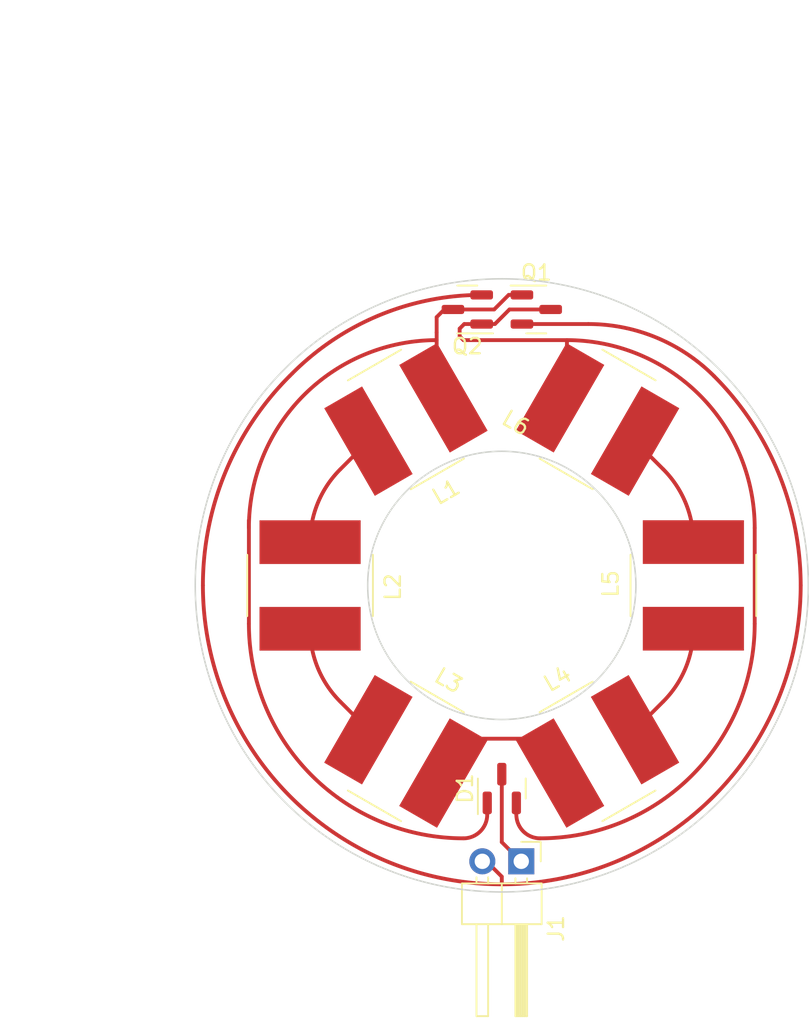
<source format=kicad_pcb>
(kicad_pcb (version 20221018) (generator pcbnew)
  (layers (0 "F.Cu" signal) (31 "B.Cu" signal) (34 "B.Paste" user) (35 "F.Paste" user) (36 "B.SilkS" user "B.Silkscreen") (37 "F.SilkS" user "F.Silkscreen") (38 "B.Mask" user) (39 "F.Mask" user) (44 "Edge.Cuts" user))
  (net 0 "")
  (net 1 "Net-(J1-Pin_1)")
  (net 2 "GND")
  (net 3 "Net-(Q1-D)")
  (net 4 "Net-(Q1-G)")
  (net 5 "Net-(L1-Pad2)")
  (net 6 "Net-(L2-Pad2)")
  (net 7 "Net-(L3-Pad2)")
  (net 8 "Net-(L4-Pad2)")
  (net 9 "Net-(L5-Pad2)")
  (footprint "Inductor_SMD:L_Bourns_SRN8040TA" (layer "F.Cu") (at 93.745944 89.177023 -150)
    (fp_text reference "L1" (at 0.1 -5.4 30) (layer "F.SilkS"))
    (fp_text value "L")
    (fp_line (start 2 -4.1) (end -2 -4.1) (stroke (width 0.12)) (layer "F.SilkS"))
    (fp_line (start 2 4.1) (end -2 4.1) (stroke (width 0.12)) (layer "F.SilkS"))
    (pad "1" smd rect (at -2.825 0 120) (size 6.6 2.85) (layers "F.Cu" "F.Paste" "F.Mask") (net 4 "Net-(Q1-G)"))
    (pad "2" smd rect (at 2.825 0 120) (size 6.6 2.85) (layers "F.Cu" "F.Paste" "F.Mask") (net 5 "Net-(L1-Pad2)"))
  )
  (footprint "Inductor_SMD:L_Bourns_SRN8040TA" (layer "F.Cu") (at 87.491889 100.004682 -90)
    (fp_text reference "L2" (at 0.1 -5.4 90) (layer "F.SilkS"))
    (fp_text value "L")
    (fp_line (start 2 -4.1) (end -2 -4.1) (stroke (width 0.12)) (layer "F.SilkS"))
    (fp_line (start 2 4.1) (end -2 4.1) (stroke (width 0.12)) (layer "F.SilkS"))
    (pad "1" smd rect (at -2.825 0 180) (size 6.6 2.85) (layers "F.Cu" "F.Paste" "F.Mask") (net 5 "Net-(L1-Pad2)"))
    (pad "2" smd rect (at 2.825 0 180) (size 6.6 2.85) (layers "F.Cu" "F.Paste" "F.Mask") (net 6 "Net-(L2-Pad2)"))
  )
  (footprint "Package_TO_SOT_SMD:SOT-23" (layer "F.Cu") (at 100 113.25 90)
    (fp_text reference "D1" (at 0 -2.4 90) (layer "F.SilkS"))
    (fp_text value "BAT54C")
    (fp_line (start 0 -1.56) (end -1.675 -1.56) (stroke (width 0.12)) (layer "F.SilkS"))
    (fp_line (start 0 -1.56) (end 0.65 -1.56) (stroke (width 0.12)) (layer "F.SilkS"))
    (fp_line (start 0 1.56) (end -0.65 1.56) (stroke (width 0.12)) (layer "F.SilkS"))
    (fp_line (start 0 1.56) (end 0.65 1.56) (stroke (width 0.12)) (layer "F.SilkS"))
    (pad "1" smd roundrect (at -0.9375 -0.95 90) (size 1.475 0.6) (layers "F.Cu" "F.Paste" "F.Mask") (net 4 "Net-(Q1-G)"))
    (pad "2" smd roundrect (at -0.9375 0.95 90) (size 1.475 0.6) (layers "F.Cu" "F.Paste" "F.Mask") (net 3 "Net-(Q1-D)"))
    (pad "3" smd roundrect (at 0.9375 0 90) (size 1.475 0.6) (layers "F.Cu" "F.Paste" "F.Mask") (net 1 "Net-(J1-Pin_1)"))
  )
  (footprint "Inductor_SMD:L_Bourns_SRN8040TA" (layer "F.Cu") (at 112.5 100 90)
    (fp_text reference "L5" (at 0.1 -5.4 90) (layer "F.SilkS"))
    (fp_text value "L")
    (fp_line (start 2 -4.1) (end -2 -4.1) (stroke (width 0.12)) (layer "F.SilkS"))
    (fp_line (start 2 4.1) (end -2 4.1) (stroke (width 0.12)) (layer "F.SilkS"))
    (pad "1" smd rect (at -2.825 0) (size 6.6 2.85) (layers "F.Cu" "F.Paste" "F.Mask") (net 8 "Net-(L4-Pad2)"))
    (pad "2" smd rect (at 2.825 0) (size 6.6 2.85) (layers "F.Cu" "F.Paste" "F.Mask") (net 9 "Net-(L5-Pad2)"))
  )
  (footprint "Inductor_SMD:L_Bourns_SRN8040TA" (layer "F.Cu") (at 93.741889 110.83 -30)
    (fp_text reference "L3" (at 0.1 -5.4 150) (layer "F.SilkS"))
    (fp_text value "L")
    (fp_line (start 2 -4.1) (end -2 -4.1) (stroke (width 0.12)) (layer "F.SilkS"))
    (fp_line (start 2 4.1) (end -2 4.1) (stroke (width 0.12)) (layer "F.SilkS"))
    (pad "1" smd rect (at -2.825 0 240) (size 6.6 2.85) (layers "F.Cu" "F.Paste" "F.Mask") (net 6 "Net-(L2-Pad2)"))
    (pad "2" smd rect (at 2.825 0 240) (size 6.6 2.85) (layers "F.Cu" "F.Paste" "F.Mask") (net 7 "Net-(L3-Pad2)"))
  )
  (footprint "Connector_PinHeader_2.54mm:PinHeader_1x02_P2.54mm_Horizontal" (layer "F.Cu") (at 101.27 118 -90)
    (fp_text reference "J1" (at 4.385 -2.27 90) (layer "F.SilkS"))
    (fp_text value "Conn_01x02_Pin")
    (fp_line (start -1.27 -1.27) (end 0 -1.27) (stroke (width 0.12)) (layer "F.SilkS"))
    (fp_line (start -1.27 0) (end -1.27 -1.27) (stroke (width 0.12)) (layer "F.SilkS"))
    (fp_line (start 1.042929 2.16) (end 1.44 2.16) (stroke (width 0.12)) (layer "F.SilkS"))
    (fp_line (start 1.042929 2.92) (end 1.44 2.92) (stroke (width 0.12)) (layer "F.SilkS"))
    (fp_line (start 1.11 -0.38) (end 1.44 -0.38) (stroke (width 0.12)) (layer "F.SilkS"))
    (fp_line (start 1.11 0.38) (end 1.44 0.38) (stroke (width 0.12)) (layer "F.SilkS"))
    (fp_line (start 1.44 -1.33) (end 1.44 3.87) (stroke (width 0.12)) (layer "F.SilkS"))
    (fp_line (start 1.44 1.27) (end 4.1 1.27) (stroke (width 0.12)) (layer "F.SilkS"))
    (fp_line (start 1.44 3.87) (end 4.1 3.87) (stroke (width 0.12)) (layer "F.SilkS"))
    (fp_line (start 4.1 -1.33) (end 1.44 -1.33) (stroke (width 0.12)) (layer "F.SilkS"))
    (fp_line (start 4.1 -0.38) (end 10.1 -0.38) (stroke (width 0.12)) (layer "F.SilkS"))
    (fp_line (start 4.1 -0.32) (end 10.1 -0.32) (stroke (width 0.12)) (layer "F.SilkS"))
    (fp_line (start 4.1 -0.2) (end 10.1 -0.2) (stroke (width 0.12)) (layer "F.SilkS"))
    (fp_line (start 4.1 -0.08) (end 10.1 -0.08) (stroke (width 0.12)) (layer "F.SilkS"))
    (fp_line (start 4.1 0.04) (end 10.1 0.04) (stroke (width 0.12)) (layer "F.SilkS"))
    (fp_line (start 4.1 0.16) (end 10.1 0.16) (stroke (width 0.12)) (layer "F.SilkS"))
    (fp_line (start 4.1 0.28) (end 10.1 0.28) (stroke (width 0.12)) (layer "F.SilkS"))
    (fp_line (start 4.1 2.16) (end 10.1 2.16) (stroke (width 0.12)) (layer "F.SilkS"))
    (fp_line (start 4.1 3.87) (end 4.1 -1.33) (stroke (width 0.12)) (layer "F.SilkS"))
    (fp_line (start 10.1 -0.38) (end 10.1 0.38) (stroke (width 0.12)) (layer "F.SilkS"))
    (fp_line (start 10.1 0.38) (end 4.1 0.38) (stroke (width 0.12)) (layer "F.SilkS"))
    (fp_line (start 10.1 2.16) (end 10.1 2.92) (stroke (width 0.12)) (layer "F.SilkS"))
    (fp_line (start 10.1 2.92) (end 4.1 2.92) (stroke (width 0.12)) (layer "F.SilkS"))
    (pad "1" thru_hole rect (at 0 0 270) (size 1.7 1.7) (drill 1) (layers "*.Cu" "*.Mask") (net 1 "Net-(J1-Pin_1)"))
    (pad "2" thru_hole oval (at 0 2.54 270) (size 1.7 1.7) (drill 1) (layers "*.Cu" "*.Mask") (net 2 "GND"))
  )
  (footprint "Package_TO_SOT_SMD:SOT-23" (layer "F.Cu") (at 102.25 82)
    (fp_text reference "Q1" (at 0 -2.4) (layer "F.SilkS"))
    (fp_text value "IRLML0030")
    (fp_line (start 0 -1.56) (end -1.675 -1.56) (stroke (width 0.12)) (layer "F.SilkS"))
    (fp_line (start 0 -1.56) (end 0.65 -1.56) (stroke (width 0.12)) (layer "F.SilkS"))
    (fp_line (start 0 1.56) (end -0.65 1.56) (stroke (width 0.12)) (layer "F.SilkS"))
    (fp_line (start 0 1.56) (end 0.65 1.56) (stroke (width 0.12)) (layer "F.SilkS"))
    (pad "1" smd roundrect (at -0.9375 -0.95) (size 1.475 0.6) (layers "F.Cu" "F.Paste" "F.Mask") (net 4 "Net-(Q1-G)"))
    (pad "2" smd roundrect (at -0.9375 0.95) (size 1.475 0.6) (layers "F.Cu" "F.Paste" "F.Mask") (net 2 "GND"))
    (pad "3" smd roundrect (at 0.9375 0) (size 1.475 0.6) (layers "F.Cu" "F.Paste" "F.Mask") (net 3 "Net-(Q1-D)"))
  )
  (footprint "Inductor_SMD:L_Bourns_SRN8040TA" (layer "F.Cu") (at 106.245944 110.827658 30)
    (fp_text reference "L4" (at 0.1 -5.4 30) (layer "F.SilkS"))
    (fp_text value "L")
    (fp_line (start 2 -4.1) (end -2 -4.1) (stroke (width 0.12)) (layer "F.SilkS"))
    (fp_line (start 2 4.1) (end -2 4.1) (stroke (width 0.12)) (layer "F.SilkS"))
    (pad "1" smd rect (at -2.825 0 300) (size 6.6 2.85) (layers "F.Cu" "F.Paste" "F.Mask") (net 7 "Net-(L3-Pad2)"))
    (pad "2" smd rect (at 2.825 0 300) (size 6.6 2.85) (layers "F.Cu" "F.Paste" "F.Mask") (net 8 "Net-(L4-Pad2)"))
  )
  (footprint "Inductor_SMD:L_Bourns_SRN8040TA" (layer "F.Cu") (at 106.25 89.174682 150)
    (fp_text reference "L6" (at 4.499409 -2.86 150) (layer "F.SilkS"))
    (fp_text value "L")
    (fp_line (start 2 -4.1) (end -2 -4.1) (stroke (width 0.12)) (layer "F.SilkS"))
    (fp_line (start 2 4.1) (end -2 4.1) (stroke (width 0.12)) (layer "F.SilkS"))
    (pad "1" smd rect (at -2.825 0 60) (size 6.6 2.85) (layers "F.Cu" "F.Paste" "F.Mask") (net 9 "Net-(L5-Pad2)"))
    (pad "2" smd rect (at 2.825 0 60) (size 6.6 2.85) (layers "F.Cu" "F.Paste" "F.Mask") (net 3 "Net-(Q1-D)"))
  )
  (footprint "Package_TO_SOT_SMD:SOT-23" (layer "F.Cu") (at 97.75 82 180)
    (fp_text reference "Q2" (at 0 -2.4) (layer "F.SilkS"))
    (fp_text value "IRLML0030")
    (fp_line (start 0 -1.56) (end -1.675 -1.56) (stroke (width 0.12)) (layer "F.SilkS"))
    (fp_line (start 0 -1.56) (end 0.65 -1.56) (stroke (width 0.12)) (layer "F.SilkS"))
    (fp_line (start 0 1.56) (end -0.65 1.56) (stroke (width 0.12)) (layer "F.SilkS"))
    (fp_line (start 0 1.56) (end 0.65 1.56) (stroke (width 0.12)) (layer "F.SilkS"))
    (pad "1" smd roundrect (at -0.9375 -0.95 180) (size 1.475 0.6) (layers "F.Cu" "F.Paste" "F.Mask") (net 3 "Net-(Q1-D)"))
    (pad "2" smd roundrect (at -0.9375 0.95 180) (size 1.475 0.6) (layers "F.Cu" "F.Paste" "F.Mask") (net 2 "GND"))
    (pad "3" smd roundrect (at 0.9375 0 180) (size 1.475 0.6) (layers "F.Cu" "F.Paste" "F.Mask") (net 4 "Net-(Q1-G)"))
  )
  (gr_circle (center 100 100) (end 80 100) (stroke (width 0.1)) (fill none) (layer "Edge.Cuts"))
  (gr_circle (center 100 100) (end 108.75 100) (stroke (width 0.1)) (fill none) (layer "Edge.Cuts"))
  (segment (start 101.27 118) (end 101.25 118) (width 0.25) (layer "F.Cu") (net 1))
  (segment (start 100 116.75) (end 100 112.3125) (width 0.25) (layer "F.Cu") (net 1))
  (segment (start 101.25 118) (end 100 116.75) (width 0.25) (layer "F.Cu") (net 1))
  (segment (start 86.156854 86.343146) (end 86.332314 86.167686) (width 0.25) (layer "F.Cu") (net 2))
  (segment (start 100 119.5) (end 100 119) (width 0.25) (layer "F.Cu") (net 2))
  (segment (start 99 118) (end 98.73 118) (width 0.25) (layer "F.Cu") (net 2))
  (segment (start 105.651367 82.95) (end 101.3125 82.95) (width 0.25) (layer "F.Cu") (net 2))
  (segment (start 100 119) (end 99 118) (width 0.25) (layer "F.Cu") (net 2))
  (arc (start 100 119.5) (mid 113.788582 113.788582) (end 119.5 100) (width 0.25) (layer "F.Cu") (net 2))
  (arc (start 119.5 100) (mid 118.029832 92.608964) (end 113.843146 86.343146) (width 0.25) (layer "F.Cu") (net 2))
  (arc (start 86.332314 86.167686) (mid 92.000921 82.380044) (end 98.6875 81.05) (width 0.25) (layer "F.Cu") (net 2))
  (arc (start 100 119.5) (mid 86.211418 113.788582) (end 80.5 100) (width 0.25) (layer "F.Cu") (net 2))
  (arc (start 80.5 100) (mid 81.970168 92.608964) (end 86.156854 86.343146) (width 0.25) (layer "F.Cu") (net 2))
  (arc (start 113.843146 86.343146) (mid 110.084726 83.83185) (end 105.651367 82.95) (width 0.25) (layer "F.Cu") (net 2))
  (segment (start 97.5 84) (end 104.25 84) (width 0.25) (layer "F.Cu") (net 3))
  (segment (start 100.95 114.95) (end 100.95 114.1875) (width 0.25) (layer "F.Cu") (net 3))
  (segment (start 97.25 83.25) (end 97.25 83.75) (width 0.25) (layer "F.Cu") (net 3))
  (segment (start 116.5 96.25) (end 116.5 102.5) (width 0.25) (layer "F.Cu") (net 3))
  (segment (start 100.5 82) (end 99.55 82.95) (width 0.25) (layer "F.Cu") (net 3))
  (segment (start 104.25 87.31566) (end 103.803478 87.762182) (width 0.25) (layer "F.Cu") (net 3))
  (segment (start 99.55 82.95) (end 98.6875 82.95) (width 0.25) (layer "F.Cu") (net 3))
  (segment (start 104.25 84) (end 104.25 87.31566) (width 0.25) (layer "F.Cu") (net 3))
  (segment (start 97.55 82.95) (end 97.25 83.25) (width 0.25) (layer "F.Cu") (net 3))
  (segment (start 103.1875 82) (end 100.5 82) (width 0.25) (layer "F.Cu") (net 3))
  (segment (start 97.25 83.75) (end 97.5 84) (width 0.25) (layer "F.Cu") (net 3))
  (segment (start 98.6875 82.95) (end 97.55 82.95) (width 0.25) (layer "F.Cu") (net 3))
  (arc (start 102.5 116.5) (mid 101.403984 116.046016) (end 100.95 114.95) (width 0.25) (layer "F.Cu") (net 3))
  (arc (start 116.5 102.5) (mid 112.399495 112.399495) (end 102.5 116.5) (width 0.25) (layer "F.Cu") (net 3))
  (arc (start 104.25 84) (mid 112.912058 87.587942) (end 116.5 96.25) (width 0.25) (layer "F.Cu") (net 3))
  (segment (start 95.75 82.5) (end 96.25 82) (width 0.25) (layer "F.Cu") (net 4))
  (segment (start 99.05 114.95) (end 99.05 114.1875) (width 0.25) (layer "F.Cu") (net 4))
  (segment (start 99.5 82) (end 96.8125 82) (width 0.25) (layer "F.Cu") (net 4))
  (segment (start 96.192466 87.764523) (end 95.75 87.322057) (width 0.25) (layer "F.Cu") (net 4))
  (segment (start 101.3125 81.05) (end 100.45 81.05) (width 0.25) (layer "F.Cu") (net 4))
  (segment (start 95.75 83.5) (end 95.75 82.5) (width 0.25) (layer "F.Cu") (net 4))
  (segment (start 83.5 95.750022) (end 83.5 102.5) (width 0.25) (layer "F.Cu") (net 4))
  (segment (start 100.45 81.05) (end 99.5 82) (width 0.25) (layer "F.Cu") (net 4))
  (segment (start 95.75 87.322057) (end 95.75 83.5) (width 0.25) (layer "F.Cu") (net 4))
  (segment (start 96.25 82) (end 96.8125 82) (width 0.25) (layer "F.Cu") (net 4))
  (arc (start 95.75 84) (mid 87.087948 87.587948) (end 83.5 96.250022) (width 0.25) (layer "F.Cu") (net 4))
  (arc (start 83.5 102.5) (mid 87.600505 112.399495) (end 97.5 116.5) (width 0.25) (layer "F.Cu") (net 4))
  (arc (start 97.5 116.5) (mid 98.596016 116.046016) (end 99.05 114.95) (width 0.25) (layer "F.Cu") (net 4))
  (segment (start 91.299422 90.589523) (end 89.459503 92.429442) (width 0.25) (layer "F.Cu") (net 5))
  (arc (start 89.459503 92.429442) (mid 88.003255 94.60887) (end 87.491889 97.179682) (width 0.25) (layer "F.Cu") (net 5))
  (segment (start 91.295367 109.4175) (end 89.460715 107.582848) (width 0.25) (layer "F.Cu") (net 6))
  (arc (start 89.460715 107.582848) (mid 88.003571 105.402078) (end 87.491889 102.829682) (width 0.25) (layer "F.Cu") (net 6))
  (segment (start 98.430911 110) (end 101.559264 110) (width 0.25) (layer "F.Cu") (net 7))
  (segment (start 96.188411 112.2425) (end 98.430911 110) (width 0.25) (layer "F.Cu") (net 7))
  (segment (start 101.559264 110) (end 103.799422 112.240158) (width 0.25) (layer "F.Cu") (net 7))
  (segment (start 108.692466 109.415158) (end 110.532388 107.575236) (width 0.25) (layer "F.Cu") (net 8))
  (arc (start 110.532388 107.575236) (mid 111.988634 105.39581) (end 112.5 102.825) (width 0.25) (layer "F.Cu") (net 8))
  (segment (start 108.696522 90.587182) (end 110.531174 92.421834) (width 0.25) (layer "F.Cu") (net 9))
  (arc (start 110.531174 92.421834) (mid 111.988318 94.602604) (end 112.5 97.175) (width 0.25) (layer "F.Cu") (net 9))
)
</source>
